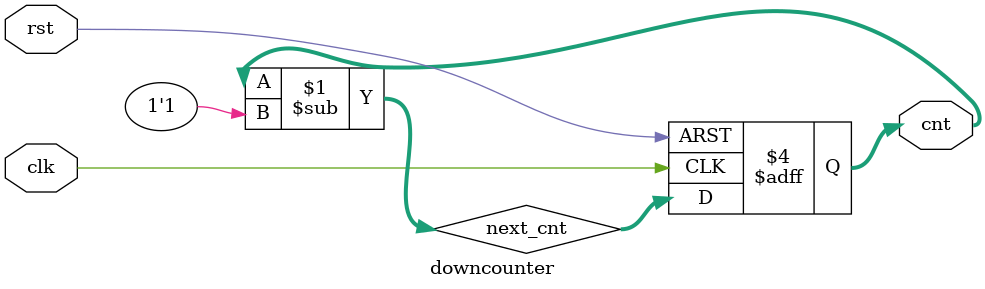
<source format=v>
module downcounter (
  input clk,
  input rst,
  output reg [2:0] cnt
);

  wire [2:0] next_cnt;

  assign next_cnt = cnt - 1'b1;  // Decrement by 1

  always @(posedge clk or negedge rst) begin
    if (!rst) begin
      cnt <= 3'b0;
    end else begin
      cnt <= next_cnt;
    end
  end

endmodule
</source>
